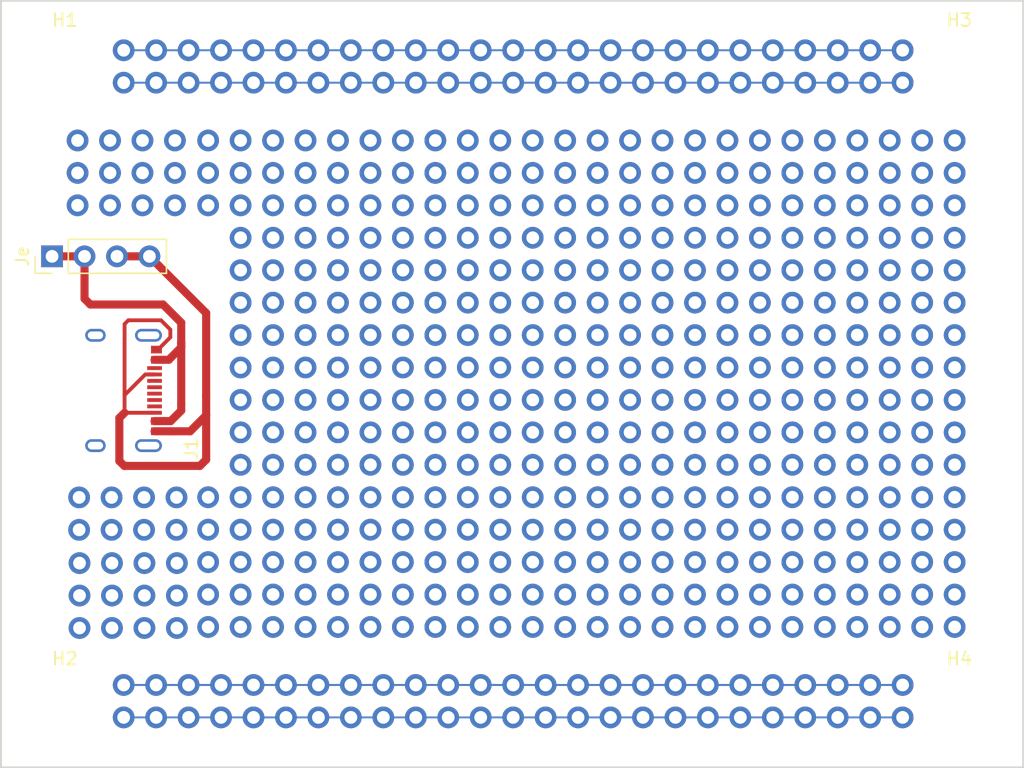
<source format=kicad_pcb>
(kicad_pcb (version 20171130) (host pcbnew "(5.1.4-0-10_14)")

  (general
    (thickness 1.6)
    (drawings 4)
    (tracks 554)
    (zones 0)
    (modules 6)
    (nets 9)
  )

  (page A4)
  (layers
    (0 Top signal)
    (31 Bottom signal)
    (34 B.Paste user)
    (35 F.Paste user)
    (36 B.SilkS user)
    (37 F.SilkS user)
    (38 B.Mask user)
    (39 F.Mask user)
    (40 Dwgs.User user)
    (41 Cmts.User user)
    (42 Eco1.User user)
    (43 Eco2.User user)
    (44 Edge.Cuts user)
    (45 Margin user)
    (46 B.CrtYd user)
    (47 F.CrtYd user)
  )

  (setup
    (last_trace_width 0.1524)
    (trace_clearance 0.1524)
    (zone_clearance 0.508)
    (zone_45_only no)
    (trace_min 0.1524)
    (via_size 0.508)
    (via_drill 0.254)
    (via_min_size 0.508)
    (via_min_drill 0.254)
    (uvia_size 0.508)
    (uvia_drill 0.254)
    (uvias_allowed no)
    (uvia_min_size 0.2)
    (uvia_min_drill 0.1)
    (edge_width 0.15)
    (segment_width 0.2)
    (pcb_text_width 0.3)
    (pcb_text_size 1.5 1.5)
    (mod_edge_width 0.15)
    (mod_text_size 1 1)
    (mod_text_width 0.15)
    (pad_size 1.524 1.524)
    (pad_drill 0.762)
    (pad_to_mask_clearance 0.0508)
    (aux_axis_origin 0 0)
    (visible_elements FFFFFF7F)
    (pcbplotparams
      (layerselection 0x010fc_ffffffff)
      (usegerberextensions false)
      (usegerberattributes false)
      (usegerberadvancedattributes false)
      (creategerberjobfile false)
      (excludeedgelayer true)
      (linewidth 0.100000)
      (plotframeref false)
      (viasonmask false)
      (mode 1)
      (useauxorigin false)
      (hpglpennumber 1)
      (hpglpenspeed 20)
      (hpglpendiameter 15.000000)
      (psnegative false)
      (psa4output false)
      (plotreference true)
      (plotvalue true)
      (plotinvisibletext false)
      (padsonsilk false)
      (subtractmaskfromsilk false)
      (outputformat 1)
      (mirror false)
      (drillshape 0)
      (scaleselection 1)
      (outputdirectory ""))
  )

  (net 0 "")
  (net 1 "Net-(J1-PadB8)")
  (net 2 /+5)
  (net 3 "Net-(J1-PadA1)")
  (net 4 "Net-(J1-PadB7)")
  (net 5 "Net-(J1-PadA6)")
  (net 6 "Net-(J1-PadA7)")
  (net 7 "Net-(J1-PadB6)")
  (net 8 "Net-(J1-PadA8)")

  (net_class Default "This is the default net class."
    (clearance 0.1524)
    (trace_width 0.1524)
    (via_dia 0.508)
    (via_drill 0.254)
    (uvia_dia 0.508)
    (uvia_drill 0.254)
    (diff_pair_width 0.1524)
    (diff_pair_gap 0.1524)
    (add_net /+5)
    (add_net "Net-(J1-PadA1)")
    (add_net "Net-(J1-PadA6)")
    (add_net "Net-(J1-PadA7)")
    (add_net "Net-(J1-PadA8)")
    (add_net "Net-(J1-PadB6)")
    (add_net "Net-(J1-PadB7)")
    (add_net "Net-(J1-PadB8)")
  )

  (module Project_1-USB_C:USB_C_Receptacle_XKB_U262-161N-4BVC11 (layer Top) (tedit 5E968BE3) (tstamp 5E96C6C8)
    (at 27 90 270)
    (descr "USB TYPE C, RA RCPT PCB, SMT, https://www.amphenolcanada.com/StockAvailabilityPrice.aspx?From=&PartNum=12401610E4%7e2A")
    (tags "USB C Type-C Receptacle SMD")
    (path /5E86F2D0)
    (attr smd)
    (fp_text reference J1 (at 5.081 -7.908 270) (layer F.SilkS)
      (effects (font (size 1 1) (thickness 0.15)))
    )
    (fp_text value USB_C (at 0.94 7.21 270) (layer F.Fab)
      (effects (font (size 1 1) (thickness 0.15)))
    )
    (fp_line (start -4.33 2.205) (end 5.35 2.205) (layer F.Fab) (width 0.1))
    (fp_line (start -4.36 -5.87) (end 5.36 -5.87) (layer F.CrtYd) (width 0.05))
    (fp_line (start 5.36 -5.87) (end 5.36 5.73) (layer F.CrtYd) (width 0.05))
    (fp_line (start 5.36 5.73) (end -4.36 5.73) (layer F.CrtYd) (width 0.05))
    (fp_line (start -4.36 5.73) (end -4.36 -5.87) (layer F.CrtYd) (width 0.05))
    (fp_text user %R (at 0.28 3.1 270) (layer F.Fab)
      (effects (font (size 1 1) (thickness 0.1)))
    )
    (pad B8 smd rect (at -1.25 -5.02 270) (size 0.3 1.15) (layers Top F.Paste F.Mask)
      (net 1 "Net-(J1-PadB8)"))
    (pad A4 smd rect (at -1.9 -5.17 270) (size 0.6 0.85) (layers Top F.Paste F.Mask)
      (net 2 /+5))
    (pad "" np_thru_hole circle (at -2.39 -4.045 270) (size 0.65 0.65) (drill 0.65) (layers *.Cu *.Mask))
    (pad 6 thru_hole oval (at -3.82 -0.395 270) (size 1 1.6) (drill oval 0.6 1.2) (layers *.Cu *.Mask))
    (pad 6 thru_hole oval (at 4.82 -0.395 270) (size 1 1.6) (drill oval 0.6 1.2) (layers *.Cu *.Mask))
    (pad 6 thru_hole oval (at 4.82 -4.545 270) (size 1 2.1) (drill oval 0.6 1.7) (layers *.Cu *.Mask))
    (pad A1 smd rect (at -2.7 -5.17 270) (size 0.6 0.85) (layers Top F.Paste F.Mask)
      (net 3 "Net-(J1-PadA1)"))
    (pad 6 thru_hole oval (at -3.82 -4.545 270) (size 1 2.1) (drill oval 0.6 1.7) (layers *.Cu *.Mask))
    (pad A5 smd rect (at -0.75 -5.02 270) (size 0.3 1.15) (layers Top F.Paste F.Mask)
      (net 3 "Net-(J1-PadA1)"))
    (pad B7 smd rect (at -0.25 -5.02 270) (size 0.3 1.15) (layers Top F.Paste F.Mask)
      (net 4 "Net-(J1-PadB7)"))
    (pad A6 smd rect (at 0.25 -5.02 270) (size 0.3 1.15) (layers Top F.Paste F.Mask)
      (net 5 "Net-(J1-PadA6)"))
    (pad A7 smd rect (at 0.75 -5.02 270) (size 0.3 1.15) (layers Top F.Paste F.Mask)
      (net 6 "Net-(J1-PadA7)"))
    (pad B6 smd rect (at 1.25 -5.02 270) (size 0.3 1.15) (layers Top F.Paste F.Mask)
      (net 7 "Net-(J1-PadB6)"))
    (pad A8 smd rect (at 1.75 -5.02 270) (size 0.3 1.15) (layers Top F.Paste F.Mask)
      (net 8 "Net-(J1-PadA8)"))
    (pad B5 smd rect (at 2.25 -5.02 270) (size 0.3 1.15) (layers Top F.Paste F.Mask)
      (net 3 "Net-(J1-PadA1)"))
    (pad A12 smd rect (at 3.7 -5.17 270) (size 0.6 0.85) (layers Top F.Paste F.Mask)
      (net 3 "Net-(J1-PadA1)"))
    (pad A9 smd rect (at 2.9 -5.17 270) (size 0.6 0.85) (layers Top F.Paste F.Mask)
      (net 2 /+5))
    (pad "" np_thru_hole circle (at 3.39 -4.045 270) (size 0.65 0.65) (drill 0.65) (layers *.Cu *.Mask))
    (model ${KISYS3DMOD}/Connector_USB.3dshapes/USB_C_Receptacle_Amphenol_12401610E4-2A.wrl
      (at (xyz 0 0 0))
      (scale (xyz 1 1 1))
      (rotate (xyz 0 0 0))
    )
  )

  (module MountingHole:MountingHole_2.5mm (layer Top) (tedit 56D1B4CB) (tstamp 5E96C694)
    (at 25 65)
    (descr "Mounting Hole 2.5mm, no annular")
    (tags "mounting hole 2.5mm no annular")
    (path /5C47A84A)
    (attr virtual)
    (fp_text reference H1 (at 0 -3.5) (layer F.SilkS)
      (effects (font (size 1 1) (thickness 0.15)))
    )
    (fp_text value MountingHole (at 0 3.5) (layer F.Fab)
      (effects (font (size 1 1) (thickness 0.15)))
    )
    (fp_circle (center 0 0) (end 2.75 0) (layer F.CrtYd) (width 0.05))
    (fp_circle (center 0 0) (end 2.5 0) (layer Cmts.User) (width 0.15))
    (fp_text user %R (at 0.3 0) (layer F.Fab)
      (effects (font (size 1 1) (thickness 0.15)))
    )
    (pad 1 np_thru_hole circle (at 0 0) (size 2.5 2.5) (drill 2.5) (layers *.Cu *.Mask))
  )

  (module MountingHole:MountingHole_2.5mm (layer Top) (tedit 56D1B4CB) (tstamp 5E96C870)
    (at 95 65)
    (descr "Mounting Hole 2.5mm, no annular")
    (tags "mounting hole 2.5mm no annular")
    (path /5C47B3EC)
    (attr virtual)
    (fp_text reference H3 (at 0 -3.5) (layer F.SilkS)
      (effects (font (size 1 1) (thickness 0.15)))
    )
    (fp_text value MountingHole (at 0 3.5) (layer F.Fab)
      (effects (font (size 1 1) (thickness 0.15)))
    )
    (fp_circle (center 0 0) (end 2.75 0) (layer F.CrtYd) (width 0.05))
    (fp_circle (center 0 0) (end 2.5 0) (layer Cmts.User) (width 0.15))
    (fp_text user %R (at 0.3 0) (layer F.Fab)
      (effects (font (size 1 1) (thickness 0.15)))
    )
    (pad 1 np_thru_hole circle (at 0 0) (size 2.5 2.5) (drill 2.5) (layers *.Cu *.Mask))
  )

  (module MountingHole:MountingHole_2.5mm (layer Top) (tedit 56D1B4CB) (tstamp 5E96C6AC)
    (at 95 115)
    (descr "Mounting Hole 2.5mm, no annular")
    (tags "mounting hole 2.5mm no annular")
    (path /5C47B5E4)
    (attr virtual)
    (fp_text reference H4 (at 0 -3.5) (layer F.SilkS)
      (effects (font (size 1 1) (thickness 0.15)))
    )
    (fp_text value MountingHole (at 0 3.5) (layer F.Fab)
      (effects (font (size 1 1) (thickness 0.15)))
    )
    (fp_circle (center 0 0) (end 2.75 0) (layer F.CrtYd) (width 0.05))
    (fp_circle (center 0 0) (end 2.5 0) (layer Cmts.User) (width 0.15))
    (fp_text user %R (at 0.3 0) (layer F.Fab)
      (effects (font (size 1 1) (thickness 0.15)))
    )
    (pad 1 np_thru_hole circle (at 0 0) (size 2.5 2.5) (drill 2.5) (layers *.Cu *.Mask))
  )

  (module MountingHole:MountingHole_2.5mm (layer Top) (tedit 56D1B4CB) (tstamp 5E96C69C)
    (at 25 115)
    (descr "Mounting Hole 2.5mm, no annular")
    (tags "mounting hole 2.5mm no annular")
    (path /5C47AC98)
    (attr virtual)
    (fp_text reference H2 (at 0 -3.5) (layer F.SilkS)
      (effects (font (size 1 1) (thickness 0.15)))
    )
    (fp_text value MountingHole (at 0 3.5) (layer F.Fab)
      (effects (font (size 1 1) (thickness 0.15)))
    )
    (fp_circle (center 0 0) (end 2.75 0) (layer F.CrtYd) (width 0.05))
    (fp_circle (center 0 0) (end 2.5 0) (layer Cmts.User) (width 0.15))
    (fp_text user %R (at 0.3 0) (layer F.Fab)
      (effects (font (size 1 1) (thickness 0.15)))
    )
    (pad 1 np_thru_hole circle (at 0 0) (size 2.5 2.5) (drill 2.5) (layers *.Cu *.Mask))
  )

  (module Connector_PinHeader_2.54mm:PinHeader_1x04_P2.54mm_Vertical (layer Top) (tedit 59FED5CC) (tstamp 5E96C6E0)
    (at 24 80 90)
    (descr "Through hole straight pin header, 1x04, 2.54mm pitch, single row")
    (tags "Through hole pin header THT 1x04 2.54mm single row")
    (path /5C4787FC)
    (fp_text reference Je (at 0 -2.33 90) (layer F.SilkS)
      (effects (font (size 1 1) (thickness 0.15)))
    )
    (fp_text value Conn_01x04 (at 0 9.95 90) (layer F.Fab)
      (effects (font (size 1 1) (thickness 0.15)))
    )
    (fp_text user %R (at 0 3.81) (layer F.Fab)
      (effects (font (size 1 1) (thickness 0.15)))
    )
    (fp_line (start 1.8 -1.8) (end -1.8 -1.8) (layer F.CrtYd) (width 0.05))
    (fp_line (start 1.8 9.4) (end 1.8 -1.8) (layer F.CrtYd) (width 0.05))
    (fp_line (start -1.8 9.4) (end 1.8 9.4) (layer F.CrtYd) (width 0.05))
    (fp_line (start -1.8 -1.8) (end -1.8 9.4) (layer F.CrtYd) (width 0.05))
    (fp_line (start -1.33 -1.33) (end 0 -1.33) (layer F.SilkS) (width 0.12))
    (fp_line (start -1.33 0) (end -1.33 -1.33) (layer F.SilkS) (width 0.12))
    (fp_line (start -1.33 1.27) (end 1.33 1.27) (layer F.SilkS) (width 0.12))
    (fp_line (start 1.33 1.27) (end 1.33 8.95) (layer F.SilkS) (width 0.12))
    (fp_line (start -1.33 1.27) (end -1.33 8.95) (layer F.SilkS) (width 0.12))
    (fp_line (start -1.33 8.95) (end 1.33 8.95) (layer F.SilkS) (width 0.12))
    (fp_line (start -1.27 -0.635) (end -0.635 -1.27) (layer F.Fab) (width 0.1))
    (fp_line (start -1.27 8.89) (end -1.27 -0.635) (layer F.Fab) (width 0.1))
    (fp_line (start 1.27 8.89) (end -1.27 8.89) (layer F.Fab) (width 0.1))
    (fp_line (start 1.27 -1.27) (end 1.27 8.89) (layer F.Fab) (width 0.1))
    (fp_line (start -0.635 -1.27) (end 1.27 -1.27) (layer F.Fab) (width 0.1))
    (pad 4 thru_hole oval (at 0 7.62 90) (size 1.7 1.7) (drill 1) (layers *.Cu *.Mask)
      (net 3 "Net-(J1-PadA1)"))
    (pad 3 thru_hole oval (at 0 5.08 90) (size 1.7 1.7) (drill 1) (layers *.Cu *.Mask)
      (net 3 "Net-(J1-PadA1)"))
    (pad 2 thru_hole oval (at 0 2.54 90) (size 1.7 1.7) (drill 1) (layers *.Cu *.Mask)
      (net 2 /+5))
    (pad 1 thru_hole rect (at 0 0 90) (size 1.7 1.7) (drill 1) (layers *.Cu *.Mask)
      (net 2 /+5))
    (model ${KISYS3DMOD}/Connector_PinHeader_2.54mm.3dshapes/PinHeader_1x04_P2.54mm_Vertical.wrl
      (at (xyz 0 0 0))
      (scale (xyz 1 1 1))
      (rotate (xyz 0 0 0))
    )
  )

  (gr_line (start 100 60) (end 100 120) (layer Edge.Cuts) (width 0.15))
  (gr_line (start 20 120) (end 100 120) (layer Edge.Cuts) (width 0.1) (tstamp 5E96CA67))
  (gr_line (start 20 60) (end 20 120) (layer Edge.Cuts) (width 0.15))
  (gr_line (start 20 60) (end 100 60) (layer Edge.Cuts) (width 0.1))

  (via (at 29.604 63.861) (size 1.7) (drill 1) (layers Top Bottom) (net 0))
  (via (at 32.144 63.861) (size 1.7) (drill 1) (layers Top Bottom) (net 0) (tstamp 5E96CAE7))
  (via (at 34.684 63.861) (size 1.7) (drill 1) (layers Top Bottom) (net 0) (tstamp 5E96CAE9))
  (via (at 37.224 63.861) (size 1.7) (drill 1) (layers Top Bottom) (net 0) (tstamp 5E96CAEB))
  (via (at 39.764 63.861) (size 1.7) (drill 1) (layers Top Bottom) (net 0) (tstamp 5E96CAED))
  (via (at 42.304 63.861) (size 1.7) (drill 1) (layers Top Bottom) (net 0) (tstamp 5E96CAEF))
  (via (at 44.844 63.861) (size 1.7) (drill 1) (layers Top Bottom) (net 0) (tstamp 5E96CAF1))
  (via (at 47.384 63.861) (size 1.7) (drill 1) (layers Top Bottom) (net 0) (tstamp 5E96CAF3))
  (via (at 49.924 63.861) (size 1.7) (drill 1) (layers Top Bottom) (net 0) (tstamp 5E96CAF5))
  (via (at 52.464 63.861) (size 1.7) (drill 1) (layers Top Bottom) (net 0) (tstamp 5E96CAF7))
  (via (at 55.004 63.861) (size 1.7) (drill 1) (layers Top Bottom) (net 0) (tstamp 5E96CAF9))
  (via (at 57.544 63.861) (size 1.7) (drill 1) (layers Top Bottom) (net 0) (tstamp 5E96CAFB))
  (via (at 60.084 63.861) (size 1.7) (drill 1) (layers Top Bottom) (net 0) (tstamp 5E96CAFD))
  (via (at 62.624 63.861) (size 1.7) (drill 1) (layers Top Bottom) (net 0) (tstamp 5E96CAFF))
  (via (at 65.164 63.861) (size 1.7) (drill 1) (layers Top Bottom) (net 0) (tstamp 5E96CB01))
  (via (at 67.704 63.861) (size 1.7) (drill 1) (layers Top Bottom) (net 0) (tstamp 5E96CB03))
  (via (at 70.244 63.861) (size 1.7) (drill 1) (layers Top Bottom) (net 0) (tstamp 5E96CB05))
  (via (at 72.784 63.861) (size 1.7) (drill 1) (layers Top Bottom) (net 0) (tstamp 5E96CB07))
  (via (at 75.324 63.861) (size 1.7) (drill 1) (layers Top Bottom) (net 0) (tstamp 5E96CB09))
  (via (at 77.864 63.861) (size 1.7) (drill 1) (layers Top Bottom) (net 0) (tstamp 5E96CB0B))
  (via (at 80.404 63.861) (size 1.7) (drill 1) (layers Top Bottom) (net 0) (tstamp 5E96CB0D))
  (via (at 82.944 63.861) (size 1.7) (drill 1) (layers Top Bottom) (net 0) (tstamp 5E96CB0F))
  (via (at 85.484 63.861) (size 1.7) (drill 1) (layers Top Bottom) (net 0) (tstamp 5E96CB11))
  (via (at 88.024 63.861) (size 1.7) (drill 1) (layers Top Bottom) (net 0) (tstamp 5E96CB13))
  (via (at 90.564 63.861) (size 1.7) (drill 1) (layers Top Bottom) (net 0) (tstamp 5E96CB15))
  (via (at 29.604 66.401) (size 1.7) (drill 1) (layers Top Bottom) (net 0) (tstamp 5E96CB17))
  (via (at 32.144 66.401) (size 1.7) (drill 1) (layers Top Bottom) (net 0) (tstamp 5E96CB19))
  (via (at 34.684 66.401) (size 1.7) (drill 1) (layers Top Bottom) (net 0) (tstamp 5E96CB1B))
  (via (at 37.224 66.401) (size 1.7) (drill 1) (layers Top Bottom) (net 0) (tstamp 5E96CB1D))
  (via (at 39.764 66.401) (size 1.7) (drill 1) (layers Top Bottom) (net 0) (tstamp 5E96CB1F))
  (via (at 42.304 66.401) (size 1.7) (drill 1) (layers Top Bottom) (net 0) (tstamp 5E96CB21))
  (via (at 44.844 66.401) (size 1.7) (drill 1) (layers Top Bottom) (net 0) (tstamp 5E96CB23))
  (via (at 47.384 66.401) (size 1.7) (drill 1) (layers Top Bottom) (net 0) (tstamp 5E96CB25))
  (via (at 49.924 66.401) (size 1.7) (drill 1) (layers Top Bottom) (net 0) (tstamp 5E96CB27))
  (via (at 52.464 66.401) (size 1.7) (drill 1) (layers Top Bottom) (net 0) (tstamp 5E96CB29))
  (via (at 55.004 66.401) (size 1.7) (drill 1) (layers Top Bottom) (net 0) (tstamp 5E96CB2B))
  (via (at 57.544 66.401) (size 1.7) (drill 1) (layers Top Bottom) (net 0) (tstamp 5E96CB2D))
  (via (at 60.084 66.401) (size 1.7) (drill 1) (layers Top Bottom) (net 0) (tstamp 5E96CB2F))
  (via (at 62.624 66.401) (size 1.7) (drill 1) (layers Top Bottom) (net 0) (tstamp 5E96CB31))
  (via (at 65.164 66.401) (size 1.7) (drill 1) (layers Top Bottom) (net 0) (tstamp 5E96CB33))
  (via (at 67.704 66.401) (size 1.7) (drill 1) (layers Top Bottom) (net 0) (tstamp 5E96CB35))
  (via (at 70.244 66.401) (size 1.7) (drill 1) (layers Top Bottom) (net 0) (tstamp 5E96CB37))
  (via (at 72.784 66.401) (size 1.7) (drill 1) (layers Top Bottom) (net 0) (tstamp 5E96CB39))
  (via (at 75.324 66.401) (size 1.7) (drill 1) (layers Top Bottom) (net 0) (tstamp 5E96CB3B))
  (via (at 77.864 66.401) (size 1.7) (drill 1) (layers Top Bottom) (net 0) (tstamp 5E96CB3D))
  (via (at 80.404 66.401) (size 1.7) (drill 1) (layers Top Bottom) (net 0) (tstamp 5E96CB3F))
  (via (at 82.944 66.401) (size 1.7) (drill 1) (layers Top Bottom) (net 0) (tstamp 5E96CB41))
  (via (at 85.484 66.401) (size 1.7) (drill 1) (layers Top Bottom) (net 0) (tstamp 5E96CB43))
  (via (at 88.024 66.401) (size 1.7) (drill 1) (layers Top Bottom) (net 0) (tstamp 5E96CB45))
  (via (at 90.564 66.401) (size 1.7) (drill 1) (layers Top Bottom) (net 0) (tstamp 5E96CB47))
  (via (at 88.024 116.105) (size 1.7) (drill 1) (layers Top Bottom) (net 0) (tstamp 5E96CC50))
  (via (at 90.564 116.105) (size 1.7) (drill 1) (layers Top Bottom) (net 0) (tstamp 5E96CC51))
  (via (at 75.324 116.105) (size 1.7) (drill 1) (layers Top Bottom) (net 0) (tstamp 5E96CC52))
  (via (at 77.864 116.105) (size 1.7) (drill 1) (layers Top Bottom) (net 0) (tstamp 5E96CC53))
  (via (at 55.004 116.105) (size 1.7) (drill 1) (layers Top Bottom) (net 0) (tstamp 5E96CC54))
  (via (at 70.244 116.105) (size 1.7) (drill 1) (layers Top Bottom) (net 0) (tstamp 5E96CC55))
  (via (at 60.084 116.105) (size 1.7) (drill 1) (layers Top Bottom) (net 0) (tstamp 5E96CC56))
  (via (at 72.784 116.105) (size 1.7) (drill 1) (layers Top Bottom) (net 0) (tstamp 5E96CC57))
  (via (at 80.404 116.105) (size 1.7) (drill 1) (layers Top Bottom) (net 0) (tstamp 5E96CC58))
  (via (at 62.624 116.105) (size 1.7) (drill 1) (layers Top Bottom) (net 0) (tstamp 5E96CC59))
  (via (at 52.464 116.105) (size 1.7) (drill 1) (layers Top Bottom) (net 0) (tstamp 5E96CC5A))
  (via (at 65.164 116.105) (size 1.7) (drill 1) (layers Top Bottom) (net 0) (tstamp 5E96CC5B))
  (via (at 67.704 116.105) (size 1.7) (drill 1) (layers Top Bottom) (net 0) (tstamp 5E96CC5C))
  (via (at 82.944 116.105) (size 1.7) (drill 1) (layers Top Bottom) (net 0) (tstamp 5E96CC5D))
  (via (at 85.484 116.105) (size 1.7) (drill 1) (layers Top Bottom) (net 0) (tstamp 5E96CC5E))
  (via (at 57.544 116.105) (size 1.7) (drill 1) (layers Top Bottom) (net 0) (tstamp 5E96CC5F))
  (via (at 47.384 116.105) (size 1.7) (drill 1) (layers Top Bottom) (net 0) (tstamp 5E96CC60))
  (via (at 90.564 113.565) (size 1.7) (drill 1) (layers Top Bottom) (net 0) (tstamp 5E96CC61))
  (via (at 62.624 113.565) (size 1.7) (drill 1) (layers Top Bottom) (net 0) (tstamp 5E96CC62))
  (via (at 85.484 113.565) (size 1.7) (drill 1) (layers Top Bottom) (net 0) (tstamp 5E96CC63))
  (via (at 37.224 116.105) (size 1.7) (drill 1) (layers Top Bottom) (net 0) (tstamp 5E96CC64))
  (via (at 55.004 113.565) (size 1.7) (drill 1) (layers Top Bottom) (net 0) (tstamp 5E96CC65))
  (via (at 75.324 113.565) (size 1.7) (drill 1) (layers Top Bottom) (net 0) (tstamp 5E96CC66))
  (via (at 39.764 116.105) (size 1.7) (drill 1) (layers Top Bottom) (net 0) (tstamp 5E96CC67))
  (via (at 29.604 113.565) (size 1.7) (drill 1) (layers Top Bottom) (net 0) (tstamp 5E96CC68))
  (via (at 32.144 116.105) (size 1.7) (drill 1) (layers Top Bottom) (net 0) (tstamp 5E96CC69))
  (via (at 65.164 113.565) (size 1.7) (drill 1) (layers Top Bottom) (net 0) (tstamp 5E96CC6A))
  (via (at 44.844 113.565) (size 1.7) (drill 1) (layers Top Bottom) (net 0) (tstamp 5E96CC6B))
  (via (at 60.084 113.565) (size 1.7) (drill 1) (layers Top Bottom) (net 0) (tstamp 5E96CC6C))
  (via (at 42.304 116.105) (size 1.7) (drill 1) (layers Top Bottom) (net 0) (tstamp 5E96CC6D))
  (via (at 70.244 113.565) (size 1.7) (drill 1) (layers Top Bottom) (net 0) (tstamp 5E96CC6E))
  (via (at 77.864 113.565) (size 1.7) (drill 1) (layers Top Bottom) (net 0) (tstamp 5E96CC6F))
  (via (at 34.684 116.105) (size 1.7) (drill 1) (layers Top Bottom) (net 0) (tstamp 5E96CC70))
  (via (at 49.924 116.105) (size 1.7) (drill 1) (layers Top Bottom) (net 0) (tstamp 5E96CC71))
  (via (at 88.024 113.565) (size 1.7) (drill 1) (layers Top Bottom) (net 0) (tstamp 5E96CC72))
  (via (at 82.944 113.565) (size 1.7) (drill 1) (layers Top Bottom) (net 0) (tstamp 5E96CC73))
  (via (at 57.544 113.565) (size 1.7) (drill 1) (layers Top Bottom) (net 0) (tstamp 5E96CC74))
  (via (at 29.604 116.105) (size 1.7) (drill 1) (layers Top Bottom) (net 0) (tstamp 5E96CC75))
  (via (at 67.704 113.565) (size 1.7) (drill 1) (layers Top Bottom) (net 0) (tstamp 5E96CC76))
  (via (at 80.404 113.565) (size 1.7) (drill 1) (layers Top Bottom) (net 0) (tstamp 5E96CC77))
  (via (at 44.844 116.105) (size 1.7) (drill 1) (layers Top Bottom) (net 0) (tstamp 5E96CC78))
  (via (at 52.464 113.565) (size 1.7) (drill 1) (layers Top Bottom) (net 0) (tstamp 5E96CC79))
  (via (at 49.924 113.565) (size 1.7) (drill 1) (layers Top Bottom) (net 0) (tstamp 5E96CC7A))
  (via (at 47.384 113.565) (size 1.7) (drill 1) (layers Top Bottom) (net 0) (tstamp 5E96CC7B))
  (via (at 72.784 113.565) (size 1.7) (drill 1) (layers Top Bottom) (net 0) (tstamp 5E96CC7C))
  (via (at 32.144 113.565) (size 1.7) (drill 1) (layers Top Bottom) (net 0) (tstamp 5E96CC7D))
  (via (at 37.224 113.565) (size 1.7) (drill 1) (layers Top Bottom) (net 0) (tstamp 5E96CC7E))
  (via (at 39.764 113.565) (size 1.7) (drill 1) (layers Top Bottom) (net 0) (tstamp 5E96CC7F))
  (via (at 42.304 113.565) (size 1.7) (drill 1) (layers Top Bottom) (net 0) (tstamp 5E96CC80))
  (via (at 34.684 113.565) (size 1.7) (drill 1) (layers Top Bottom) (net 0) (tstamp 5E96CC81))
  (segment (start 29.604 63.861) (end 90.564 63.861) (width 0.1524) (layer Bottom) (net 0))
  (segment (start 85.484 66.401) (end 90.564 66.401) (width 0.1524) (layer Bottom) (net 0))
  (segment (start 29.604 66.401) (end 85.484 66.401) (width 0.1524) (layer Bottom) (net 0))
  (segment (start 29.604 113.565) (end 90.564 113.565) (width 0.1524) (layer Bottom) (net 0))
  (segment (start 29.604 116.105) (end 90.564 116.105) (width 0.1524) (layer Bottom) (net 0))
  (via (at 36.215 70.924) (size 1.7) (drill 1) (layers Top Bottom) (net 0))
  (via (at 38.755 70.924) (size 1.7) (drill 1) (layers Top Bottom) (net 0) (tstamp 5E96E6F8))
  (via (at 41.295 70.924) (size 1.7) (drill 1) (layers Top Bottom) (net 0) (tstamp 5E96E6FA))
  (via (at 43.835 70.924) (size 1.7) (drill 1) (layers Top Bottom) (net 0) (tstamp 5E96E6FC))
  (via (at 46.375 70.924) (size 1.7) (drill 1) (layers Top Bottom) (net 0) (tstamp 5E96E6FE))
  (via (at 48.915 70.924) (size 1.7) (drill 1) (layers Top Bottom) (net 0) (tstamp 5E96E700))
  (via (at 51.455 70.924) (size 1.7) (drill 1) (layers Top Bottom) (net 0) (tstamp 5E96E702))
  (via (at 53.995 70.924) (size 1.7) (drill 1) (layers Top Bottom) (net 0) (tstamp 5E96E704))
  (via (at 56.535 70.924) (size 1.7) (drill 1) (layers Top Bottom) (net 0) (tstamp 5E96E706))
  (via (at 59.075 70.924) (size 1.7) (drill 1) (layers Top Bottom) (net 0) (tstamp 5E96E708))
  (via (at 61.615 70.924) (size 1.7) (drill 1) (layers Top Bottom) (net 0) (tstamp 5E96E70A))
  (via (at 64.155 70.924) (size 1.7) (drill 1) (layers Top Bottom) (net 0) (tstamp 5E96E70C))
  (via (at 66.695 70.924) (size 1.7) (drill 1) (layers Top Bottom) (net 0) (tstamp 5E96E70E))
  (via (at 69.235 70.924) (size 1.7) (drill 1) (layers Top Bottom) (net 0) (tstamp 5E96E710))
  (via (at 71.775 70.924) (size 1.7) (drill 1) (layers Top Bottom) (net 0) (tstamp 5E96E712))
  (via (at 74.315 70.924) (size 1.7) (drill 1) (layers Top Bottom) (net 0) (tstamp 5E96E714))
  (via (at 76.855 70.924) (size 1.7) (drill 1) (layers Top Bottom) (net 0) (tstamp 5E96E716))
  (via (at 79.395 70.924) (size 1.7) (drill 1) (layers Top Bottom) (net 0) (tstamp 5E96E718))
  (via (at 81.935 70.924) (size 1.7) (drill 1) (layers Top Bottom) (net 0) (tstamp 5E96E71A))
  (via (at 84.475 70.924) (size 1.7) (drill 1) (layers Top Bottom) (net 0) (tstamp 5E96E71C))
  (via (at 87.015 70.924) (size 1.7) (drill 1) (layers Top Bottom) (net 0) (tstamp 5E96E71E))
  (via (at 89.555 70.924) (size 1.7) (drill 1) (layers Top Bottom) (net 0) (tstamp 5E96E720))
  (via (at 92.095 70.924) (size 1.7) (drill 1) (layers Top Bottom) (net 0) (tstamp 5E96E722))
  (via (at 94.635 70.924) (size 1.7) (drill 1) (layers Top Bottom) (net 0) (tstamp 5E96E724))
  (via (at 36.215 73.464) (size 1.7) (drill 1) (layers Top Bottom) (net 0) (tstamp 5E96E726))
  (via (at 38.755 73.464) (size 1.7) (drill 1) (layers Top Bottom) (net 0) (tstamp 5E96E728))
  (via (at 41.295 73.464) (size 1.7) (drill 1) (layers Top Bottom) (net 0) (tstamp 5E96E72A))
  (via (at 43.835 73.464) (size 1.7) (drill 1) (layers Top Bottom) (net 0) (tstamp 5E96E72C))
  (via (at 46.375 73.464) (size 1.7) (drill 1) (layers Top Bottom) (net 0) (tstamp 5E96E72E))
  (via (at 48.915 73.464) (size 1.7) (drill 1) (layers Top Bottom) (net 0) (tstamp 5E96E730))
  (via (at 51.455 73.464) (size 1.7) (drill 1) (layers Top Bottom) (net 0) (tstamp 5E96E732))
  (via (at 53.995 73.464) (size 1.7) (drill 1) (layers Top Bottom) (net 0) (tstamp 5E96E734))
  (via (at 56.535 73.464) (size 1.7) (drill 1) (layers Top Bottom) (net 0) (tstamp 5E96E736))
  (via (at 59.075 73.464) (size 1.7) (drill 1) (layers Top Bottom) (net 0) (tstamp 5E96E738))
  (via (at 61.615 73.464) (size 1.7) (drill 1) (layers Top Bottom) (net 0) (tstamp 5E96E73A))
  (via (at 64.155 73.464) (size 1.7) (drill 1) (layers Top Bottom) (net 0) (tstamp 5E96E73C))
  (via (at 66.695 73.464) (size 1.7) (drill 1) (layers Top Bottom) (net 0) (tstamp 5E96E73E))
  (via (at 69.235 73.464) (size 1.7) (drill 1) (layers Top Bottom) (net 0) (tstamp 5E96E740))
  (via (at 71.775 73.464) (size 1.7) (drill 1) (layers Top Bottom) (net 0) (tstamp 5E96E742))
  (via (at 74.315 73.464) (size 1.7) (drill 1) (layers Top Bottom) (net 0) (tstamp 5E96E744))
  (via (at 76.855 73.464) (size 1.7) (drill 1) (layers Top Bottom) (net 0) (tstamp 5E96E746))
  (via (at 79.395 73.464) (size 1.7) (drill 1) (layers Top Bottom) (net 0) (tstamp 5E96E748))
  (via (at 81.935 73.464) (size 1.7) (drill 1) (layers Top Bottom) (net 0) (tstamp 5E96E74A))
  (via (at 84.475 73.464) (size 1.7) (drill 1) (layers Top Bottom) (net 0) (tstamp 5E96E74C))
  (via (at 87.015 73.464) (size 1.7) (drill 1) (layers Top Bottom) (net 0) (tstamp 5E96E74E))
  (via (at 89.555 73.464) (size 1.7) (drill 1) (layers Top Bottom) (net 0) (tstamp 5E96E750))
  (via (at 92.095 73.464) (size 1.7) (drill 1) (layers Top Bottom) (net 0) (tstamp 5E96E752))
  (via (at 94.635 73.464) (size 1.7) (drill 1) (layers Top Bottom) (net 0) (tstamp 5E96E754))
  (via (at 36.215 76.004) (size 1.7) (drill 1) (layers Top Bottom) (net 0) (tstamp 5E96E756))
  (via (at 38.755 76.004) (size 1.7) (drill 1) (layers Top Bottom) (net 0) (tstamp 5E96E758))
  (via (at 41.295 76.004) (size 1.7) (drill 1) (layers Top Bottom) (net 0) (tstamp 5E96E75A))
  (via (at 43.835 76.004) (size 1.7) (drill 1) (layers Top Bottom) (net 0) (tstamp 5E96E75C))
  (via (at 46.375 76.004) (size 1.7) (drill 1) (layers Top Bottom) (net 0) (tstamp 5E96E75E))
  (via (at 48.915 76.004) (size 1.7) (drill 1) (layers Top Bottom) (net 0) (tstamp 5E96E760))
  (via (at 51.455 76.004) (size 1.7) (drill 1) (layers Top Bottom) (net 0) (tstamp 5E96E762))
  (via (at 53.995 76.004) (size 1.7) (drill 1) (layers Top Bottom) (net 0) (tstamp 5E96E764))
  (via (at 56.535 76.004) (size 1.7) (drill 1) (layers Top Bottom) (net 0) (tstamp 5E96E766))
  (via (at 59.075 76.004) (size 1.7) (drill 1) (layers Top Bottom) (net 0) (tstamp 5E96E768))
  (via (at 61.615 76.004) (size 1.7) (drill 1) (layers Top Bottom) (net 0) (tstamp 5E96E76A))
  (via (at 64.155 76.004) (size 1.7) (drill 1) (layers Top Bottom) (net 0) (tstamp 5E96E76C))
  (via (at 66.695 76.004) (size 1.7) (drill 1) (layers Top Bottom) (net 0) (tstamp 5E96E76E))
  (via (at 69.235 76.004) (size 1.7) (drill 1) (layers Top Bottom) (net 0) (tstamp 5E96E770))
  (via (at 71.775 76.004) (size 1.7) (drill 1) (layers Top Bottom) (net 0) (tstamp 5E96E772))
  (via (at 74.315 76.004) (size 1.7) (drill 1) (layers Top Bottom) (net 0) (tstamp 5E96E774))
  (via (at 76.855 76.004) (size 1.7) (drill 1) (layers Top Bottom) (net 0) (tstamp 5E96E776))
  (via (at 79.395 76.004) (size 1.7) (drill 1) (layers Top Bottom) (net 0) (tstamp 5E96E778))
  (via (at 81.935 76.004) (size 1.7) (drill 1) (layers Top Bottom) (net 0) (tstamp 5E96E77A))
  (via (at 84.475 76.004) (size 1.7) (drill 1) (layers Top Bottom) (net 0) (tstamp 5E96E77C))
  (via (at 87.015 76.004) (size 1.7) (drill 1) (layers Top Bottom) (net 0) (tstamp 5E96E77E))
  (via (at 89.555 76.004) (size 1.7) (drill 1) (layers Top Bottom) (net 0) (tstamp 5E96E780))
  (via (at 92.095 76.004) (size 1.7) (drill 1) (layers Top Bottom) (net 0) (tstamp 5E96E782))
  (via (at 94.635 76.004) (size 1.7) (drill 1) (layers Top Bottom) (net 0) (tstamp 5E96E784))
  (via (at 38.755 78.544) (size 1.7) (drill 1) (layers Top Bottom) (net 0) (tstamp 5E96E788))
  (via (at 41.295 78.544) (size 1.7) (drill 1) (layers Top Bottom) (net 0) (tstamp 5E96E78A))
  (via (at 43.835 78.544) (size 1.7) (drill 1) (layers Top Bottom) (net 0) (tstamp 5E96E78C))
  (via (at 46.375 78.544) (size 1.7) (drill 1) (layers Top Bottom) (net 0) (tstamp 5E96E78E))
  (via (at 48.915 78.544) (size 1.7) (drill 1) (layers Top Bottom) (net 0) (tstamp 5E96E790))
  (via (at 51.455 78.544) (size 1.7) (drill 1) (layers Top Bottom) (net 0) (tstamp 5E96E792))
  (via (at 53.995 78.544) (size 1.7) (drill 1) (layers Top Bottom) (net 0) (tstamp 5E96E794))
  (via (at 56.535 78.544) (size 1.7) (drill 1) (layers Top Bottom) (net 0) (tstamp 5E96E796))
  (via (at 59.075 78.544) (size 1.7) (drill 1) (layers Top Bottom) (net 0) (tstamp 5E96E798))
  (via (at 61.615 78.544) (size 1.7) (drill 1) (layers Top Bottom) (net 0) (tstamp 5E96E79A))
  (via (at 64.155 78.544) (size 1.7) (drill 1) (layers Top Bottom) (net 0) (tstamp 5E96E79C))
  (via (at 66.695 78.544) (size 1.7) (drill 1) (layers Top Bottom) (net 0) (tstamp 5E96E79E))
  (via (at 69.235 78.544) (size 1.7) (drill 1) (layers Top Bottom) (net 0) (tstamp 5E96E7A0))
  (via (at 71.775 78.544) (size 1.7) (drill 1) (layers Top Bottom) (net 0) (tstamp 5E96E7A2))
  (via (at 74.315 78.544) (size 1.7) (drill 1) (layers Top Bottom) (net 0) (tstamp 5E96E7A4))
  (via (at 76.855 78.544) (size 1.7) (drill 1) (layers Top Bottom) (net 0) (tstamp 5E96E7A6))
  (via (at 79.395 78.544) (size 1.7) (drill 1) (layers Top Bottom) (net 0) (tstamp 5E96E7A8))
  (via (at 81.935 78.544) (size 1.7) (drill 1) (layers Top Bottom) (net 0) (tstamp 5E96E7AA))
  (via (at 84.475 78.544) (size 1.7) (drill 1) (layers Top Bottom) (net 0) (tstamp 5E96E7AC))
  (via (at 87.015 78.544) (size 1.7) (drill 1) (layers Top Bottom) (net 0) (tstamp 5E96E7AE))
  (via (at 89.555 78.544) (size 1.7) (drill 1) (layers Top Bottom) (net 0) (tstamp 5E96E7B0))
  (via (at 92.095 78.544) (size 1.7) (drill 1) (layers Top Bottom) (net 0) (tstamp 5E96E7B2))
  (via (at 94.635 78.544) (size 1.7) (drill 1) (layers Top Bottom) (net 0) (tstamp 5E96E7B4))
  (via (at 38.755 81.084) (size 1.7) (drill 1) (layers Top Bottom) (net 0) (tstamp 5E96E7B8))
  (via (at 41.295 81.084) (size 1.7) (drill 1) (layers Top Bottom) (net 0) (tstamp 5E96E7BA))
  (via (at 43.835 81.084) (size 1.7) (drill 1) (layers Top Bottom) (net 0) (tstamp 5E96E7BC))
  (via (at 46.375 81.084) (size 1.7) (drill 1) (layers Top Bottom) (net 0) (tstamp 5E96E7BE))
  (via (at 48.915 81.084) (size 1.7) (drill 1) (layers Top Bottom) (net 0) (tstamp 5E96E7C0))
  (via (at 51.455 81.084) (size 1.7) (drill 1) (layers Top Bottom) (net 0) (tstamp 5E96E7C2))
  (via (at 53.995 81.084) (size 1.7) (drill 1) (layers Top Bottom) (net 0) (tstamp 5E96E7C4))
  (via (at 56.535 81.084) (size 1.7) (drill 1) (layers Top Bottom) (net 0) (tstamp 5E96E7C6))
  (via (at 59.075 81.084) (size 1.7) (drill 1) (layers Top Bottom) (net 0) (tstamp 5E96E7C8))
  (via (at 61.615 81.084) (size 1.7) (drill 1) (layers Top Bottom) (net 0) (tstamp 5E96E7CA))
  (via (at 64.155 81.084) (size 1.7) (drill 1) (layers Top Bottom) (net 0) (tstamp 5E96E7CC))
  (via (at 66.695 81.084) (size 1.7) (drill 1) (layers Top Bottom) (net 0) (tstamp 5E96E7CE))
  (via (at 69.235 81.084) (size 1.7) (drill 1) (layers Top Bottom) (net 0) (tstamp 5E96E7D0))
  (via (at 71.775 81.084) (size 1.7) (drill 1) (layers Top Bottom) (net 0) (tstamp 5E96E7D2))
  (via (at 74.315 81.084) (size 1.7) (drill 1) (layers Top Bottom) (net 0) (tstamp 5E96E7D4))
  (via (at 76.855 81.084) (size 1.7) (drill 1) (layers Top Bottom) (net 0) (tstamp 5E96E7D6))
  (via (at 79.395 81.084) (size 1.7) (drill 1) (layers Top Bottom) (net 0) (tstamp 5E96E7D8))
  (via (at 81.935 81.084) (size 1.7) (drill 1) (layers Top Bottom) (net 0) (tstamp 5E96E7DA))
  (via (at 84.475 81.084) (size 1.7) (drill 1) (layers Top Bottom) (net 0) (tstamp 5E96E7DC))
  (via (at 87.015 81.084) (size 1.7) (drill 1) (layers Top Bottom) (net 0) (tstamp 5E96E7DE))
  (via (at 89.555 81.084) (size 1.7) (drill 1) (layers Top Bottom) (net 0) (tstamp 5E96E7E0))
  (via (at 92.095 81.084) (size 1.7) (drill 1) (layers Top Bottom) (net 0) (tstamp 5E96E7E2))
  (via (at 94.635 81.084) (size 1.7) (drill 1) (layers Top Bottom) (net 0) (tstamp 5E96E7E4))
  (via (at 38.755 83.624) (size 1.7) (drill 1) (layers Top Bottom) (net 0) (tstamp 5E96E7E8))
  (via (at 41.295 83.624) (size 1.7) (drill 1) (layers Top Bottom) (net 0) (tstamp 5E96E7EA))
  (via (at 43.835 83.624) (size 1.7) (drill 1) (layers Top Bottom) (net 0) (tstamp 5E96E7EC))
  (via (at 46.375 83.624) (size 1.7) (drill 1) (layers Top Bottom) (net 0) (tstamp 5E96E7EE))
  (via (at 48.915 83.624) (size 1.7) (drill 1) (layers Top Bottom) (net 0) (tstamp 5E96E7F0))
  (via (at 51.455 83.624) (size 1.7) (drill 1) (layers Top Bottom) (net 0) (tstamp 5E96E7F2))
  (via (at 53.995 83.624) (size 1.7) (drill 1) (layers Top Bottom) (net 0) (tstamp 5E96E7F4))
  (via (at 56.535 83.624) (size 1.7) (drill 1) (layers Top Bottom) (net 0) (tstamp 5E96E7F6))
  (via (at 59.075 83.624) (size 1.7) (drill 1) (layers Top Bottom) (net 0) (tstamp 5E96E7F8))
  (via (at 61.615 83.624) (size 1.7) (drill 1) (layers Top Bottom) (net 0) (tstamp 5E96E7FA))
  (via (at 64.155 83.624) (size 1.7) (drill 1) (layers Top Bottom) (net 0) (tstamp 5E96E7FC))
  (via (at 66.695 83.624) (size 1.7) (drill 1) (layers Top Bottom) (net 0) (tstamp 5E96E7FE))
  (via (at 69.235 83.624) (size 1.7) (drill 1) (layers Top Bottom) (net 0) (tstamp 5E96E800))
  (via (at 71.775 83.624) (size 1.7) (drill 1) (layers Top Bottom) (net 0) (tstamp 5E96E802))
  (via (at 74.315 83.624) (size 1.7) (drill 1) (layers Top Bottom) (net 0) (tstamp 5E96E804))
  (via (at 76.855 83.624) (size 1.7) (drill 1) (layers Top Bottom) (net 0) (tstamp 5E96E806))
  (via (at 79.395 83.624) (size 1.7) (drill 1) (layers Top Bottom) (net 0) (tstamp 5E96E808))
  (via (at 81.935 83.624) (size 1.7) (drill 1) (layers Top Bottom) (net 0) (tstamp 5E96E80A))
  (via (at 84.475 83.624) (size 1.7) (drill 1) (layers Top Bottom) (net 0) (tstamp 5E96E80C))
  (via (at 87.015 83.624) (size 1.7) (drill 1) (layers Top Bottom) (net 0) (tstamp 5E96E80E))
  (via (at 89.555 83.624) (size 1.7) (drill 1) (layers Top Bottom) (net 0) (tstamp 5E96E810))
  (via (at 92.095 83.624) (size 1.7) (drill 1) (layers Top Bottom) (net 0) (tstamp 5E96E812))
  (via (at 94.635 83.624) (size 1.7) (drill 1) (layers Top Bottom) (net 0) (tstamp 5E96E814))
  (via (at 38.755 86.164) (size 1.7) (drill 1) (layers Top Bottom) (net 0) (tstamp 5E96E818))
  (via (at 41.295 86.164) (size 1.7) (drill 1) (layers Top Bottom) (net 0) (tstamp 5E96E81A))
  (via (at 43.835 86.164) (size 1.7) (drill 1) (layers Top Bottom) (net 0) (tstamp 5E96E81C))
  (via (at 46.375 86.164) (size 1.7) (drill 1) (layers Top Bottom) (net 0) (tstamp 5E96E81E))
  (via (at 48.915 86.164) (size 1.7) (drill 1) (layers Top Bottom) (net 0) (tstamp 5E96E820))
  (via (at 51.455 86.164) (size 1.7) (drill 1) (layers Top Bottom) (net 0) (tstamp 5E96E822))
  (via (at 53.995 86.164) (size 1.7) (drill 1) (layers Top Bottom) (net 0) (tstamp 5E96E824))
  (via (at 56.535 86.164) (size 1.7) (drill 1) (layers Top Bottom) (net 0) (tstamp 5E96E826))
  (via (at 59.075 86.164) (size 1.7) (drill 1) (layers Top Bottom) (net 0) (tstamp 5E96E828))
  (via (at 61.615 86.164) (size 1.7) (drill 1) (layers Top Bottom) (net 0) (tstamp 5E96E82A))
  (via (at 64.155 86.164) (size 1.7) (drill 1) (layers Top Bottom) (net 0) (tstamp 5E96E82C))
  (via (at 66.695 86.164) (size 1.7) (drill 1) (layers Top Bottom) (net 0) (tstamp 5E96E82E))
  (via (at 69.235 86.164) (size 1.7) (drill 1) (layers Top Bottom) (net 0) (tstamp 5E96E830))
  (via (at 71.775 86.164) (size 1.7) (drill 1) (layers Top Bottom) (net 0) (tstamp 5E96E832))
  (via (at 74.315 86.164) (size 1.7) (drill 1) (layers Top Bottom) (net 0) (tstamp 5E96E834))
  (via (at 76.855 86.164) (size 1.7) (drill 1) (layers Top Bottom) (net 0) (tstamp 5E96E836))
  (via (at 79.395 86.164) (size 1.7) (drill 1) (layers Top Bottom) (net 0) (tstamp 5E96E838))
  (via (at 81.935 86.164) (size 1.7) (drill 1) (layers Top Bottom) (net 0) (tstamp 5E96E83A))
  (via (at 84.475 86.164) (size 1.7) (drill 1) (layers Top Bottom) (net 0) (tstamp 5E96E83C))
  (via (at 87.015 86.164) (size 1.7) (drill 1) (layers Top Bottom) (net 0) (tstamp 5E96E83E))
  (via (at 89.555 86.164) (size 1.7) (drill 1) (layers Top Bottom) (net 0) (tstamp 5E96E840))
  (via (at 92.095 86.164) (size 1.7) (drill 1) (layers Top Bottom) (net 0) (tstamp 5E96E842))
  (via (at 94.635 86.164) (size 1.7) (drill 1) (layers Top Bottom) (net 0) (tstamp 5E96E844))
  (via (at 38.755 88.704) (size 1.7) (drill 1) (layers Top Bottom) (net 0) (tstamp 5E96E848))
  (via (at 41.295 88.704) (size 1.7) (drill 1) (layers Top Bottom) (net 0) (tstamp 5E96E84A))
  (via (at 43.835 88.704) (size 1.7) (drill 1) (layers Top Bottom) (net 0) (tstamp 5E96E84C))
  (via (at 46.375 88.704) (size 1.7) (drill 1) (layers Top Bottom) (net 0) (tstamp 5E96E84E))
  (via (at 48.915 88.704) (size 1.7) (drill 1) (layers Top Bottom) (net 0) (tstamp 5E96E850))
  (via (at 51.455 88.704) (size 1.7) (drill 1) (layers Top Bottom) (net 0) (tstamp 5E96E852))
  (via (at 53.995 88.704) (size 1.7) (drill 1) (layers Top Bottom) (net 0) (tstamp 5E96E854))
  (via (at 56.535 88.704) (size 1.7) (drill 1) (layers Top Bottom) (net 0) (tstamp 5E96E856))
  (via (at 59.075 88.704) (size 1.7) (drill 1) (layers Top Bottom) (net 0) (tstamp 5E96E858))
  (via (at 61.615 88.704) (size 1.7) (drill 1) (layers Top Bottom) (net 0) (tstamp 5E96E85A))
  (via (at 64.155 88.704) (size 1.7) (drill 1) (layers Top Bottom) (net 0) (tstamp 5E96E85C))
  (via (at 66.695 88.704) (size 1.7) (drill 1) (layers Top Bottom) (net 0) (tstamp 5E96E85E))
  (via (at 69.235 88.704) (size 1.7) (drill 1) (layers Top Bottom) (net 0) (tstamp 5E96E860))
  (via (at 71.775 88.704) (size 1.7) (drill 1) (layers Top Bottom) (net 0) (tstamp 5E96E862))
  (via (at 74.315 88.704) (size 1.7) (drill 1) (layers Top Bottom) (net 0) (tstamp 5E96E864))
  (via (at 76.855 88.704) (size 1.7) (drill 1) (layers Top Bottom) (net 0) (tstamp 5E96E866))
  (via (at 79.395 88.704) (size 1.7) (drill 1) (layers Top Bottom) (net 0) (tstamp 5E96E868))
  (via (at 81.935 88.704) (size 1.7) (drill 1) (layers Top Bottom) (net 0) (tstamp 5E96E86A))
  (via (at 84.475 88.704) (size 1.7) (drill 1) (layers Top Bottom) (net 0) (tstamp 5E96E86C))
  (via (at 87.015 88.704) (size 1.7) (drill 1) (layers Top Bottom) (net 0) (tstamp 5E96E86E))
  (via (at 89.555 88.704) (size 1.7) (drill 1) (layers Top Bottom) (net 0) (tstamp 5E96E870))
  (via (at 92.095 88.704) (size 1.7) (drill 1) (layers Top Bottom) (net 0) (tstamp 5E96E872))
  (via (at 94.635 88.704) (size 1.7) (drill 1) (layers Top Bottom) (net 0) (tstamp 5E96E874))
  (via (at 38.755 91.244) (size 1.7) (drill 1) (layers Top Bottom) (net 0) (tstamp 5E96E878))
  (via (at 41.295 91.244) (size 1.7) (drill 1) (layers Top Bottom) (net 0) (tstamp 5E96E87A))
  (via (at 43.835 91.244) (size 1.7) (drill 1) (layers Top Bottom) (net 0) (tstamp 5E96E87C))
  (via (at 46.375 91.244) (size 1.7) (drill 1) (layers Top Bottom) (net 0) (tstamp 5E96E87E))
  (via (at 48.915 91.244) (size 1.7) (drill 1) (layers Top Bottom) (net 0) (tstamp 5E96E880))
  (via (at 51.455 91.244) (size 1.7) (drill 1) (layers Top Bottom) (net 0) (tstamp 5E96E882))
  (via (at 53.995 91.244) (size 1.7) (drill 1) (layers Top Bottom) (net 0) (tstamp 5E96E884))
  (via (at 56.535 91.244) (size 1.7) (drill 1) (layers Top Bottom) (net 0) (tstamp 5E96E886))
  (via (at 59.075 91.244) (size 1.7) (drill 1) (layers Top Bottom) (net 0) (tstamp 5E96E888))
  (via (at 61.615 91.244) (size 1.7) (drill 1) (layers Top Bottom) (net 0) (tstamp 5E96E88A))
  (via (at 64.155 91.244) (size 1.7) (drill 1) (layers Top Bottom) (net 0) (tstamp 5E96E88C))
  (via (at 66.695 91.244) (size 1.7) (drill 1) (layers Top Bottom) (net 0) (tstamp 5E96E88E))
  (via (at 69.235 91.244) (size 1.7) (drill 1) (layers Top Bottom) (net 0) (tstamp 5E96E890))
  (via (at 71.775 91.244) (size 1.7) (drill 1) (layers Top Bottom) (net 0) (tstamp 5E96E892))
  (via (at 74.315 91.244) (size 1.7) (drill 1) (layers Top Bottom) (net 0) (tstamp 5E96E894))
  (via (at 76.855 91.244) (size 1.7) (drill 1) (layers Top Bottom) (net 0) (tstamp 5E96E896))
  (via (at 79.395 91.244) (size 1.7) (drill 1) (layers Top Bottom) (net 0) (tstamp 5E96E898))
  (via (at 81.935 91.244) (size 1.7) (drill 1) (layers Top Bottom) (net 0) (tstamp 5E96E89A))
  (via (at 84.475 91.244) (size 1.7) (drill 1) (layers Top Bottom) (net 0) (tstamp 5E96E89C))
  (via (at 87.015 91.244) (size 1.7) (drill 1) (layers Top Bottom) (net 0) (tstamp 5E96E89E))
  (via (at 89.555 91.244) (size 1.7) (drill 1) (layers Top Bottom) (net 0) (tstamp 5E96E8A0))
  (via (at 92.095 91.244) (size 1.7) (drill 1) (layers Top Bottom) (net 0) (tstamp 5E96E8A2))
  (via (at 94.635 91.244) (size 1.7) (drill 1) (layers Top Bottom) (net 0) (tstamp 5E96E8A4))
  (via (at 38.755 93.784) (size 1.7) (drill 1) (layers Top Bottom) (net 0) (tstamp 5E96E8A8))
  (via (at 41.295 93.784) (size 1.7) (drill 1) (layers Top Bottom) (net 0) (tstamp 5E96E8AA))
  (via (at 43.835 93.784) (size 1.7) (drill 1) (layers Top Bottom) (net 0) (tstamp 5E96E8AC))
  (via (at 46.375 93.784) (size 1.7) (drill 1) (layers Top Bottom) (net 0) (tstamp 5E96E8AE))
  (via (at 48.915 93.784) (size 1.7) (drill 1) (layers Top Bottom) (net 0) (tstamp 5E96E8B0))
  (via (at 51.455 93.784) (size 1.7) (drill 1) (layers Top Bottom) (net 0) (tstamp 5E96E8B2))
  (via (at 53.995 93.784) (size 1.7) (drill 1) (layers Top Bottom) (net 0) (tstamp 5E96E8B4))
  (via (at 56.535 93.784) (size 1.7) (drill 1) (layers Top Bottom) (net 0) (tstamp 5E96E8B6))
  (via (at 59.075 93.784) (size 1.7) (drill 1) (layers Top Bottom) (net 0) (tstamp 5E96E8B8))
  (via (at 61.615 93.784) (size 1.7) (drill 1) (layers Top Bottom) (net 0) (tstamp 5E96E8BA))
  (via (at 64.155 93.784) (size 1.7) (drill 1) (layers Top Bottom) (net 0) (tstamp 5E96E8BC))
  (via (at 66.695 93.784) (size 1.7) (drill 1) (layers Top Bottom) (net 0) (tstamp 5E96E8BE))
  (via (at 69.235 93.784) (size 1.7) (drill 1) (layers Top Bottom) (net 0) (tstamp 5E96E8C0))
  (via (at 71.775 93.784) (size 1.7) (drill 1) (layers Top Bottom) (net 0) (tstamp 5E96E8C2))
  (via (at 74.315 93.784) (size 1.7) (drill 1) (layers Top Bottom) (net 0) (tstamp 5E96E8C4))
  (via (at 76.855 93.784) (size 1.7) (drill 1) (layers Top Bottom) (net 0) (tstamp 5E96E8C6))
  (via (at 79.395 93.784) (size 1.7) (drill 1) (layers Top Bottom) (net 0) (tstamp 5E96E8C8))
  (via (at 81.935 93.784) (size 1.7) (drill 1) (layers Top Bottom) (net 0) (tstamp 5E96E8CA))
  (via (at 84.475 93.784) (size 1.7) (drill 1) (layers Top Bottom) (net 0) (tstamp 5E96E8CC))
  (via (at 87.015 93.784) (size 1.7) (drill 1) (layers Top Bottom) (net 0) (tstamp 5E96E8CE))
  (via (at 89.555 93.784) (size 1.7) (drill 1) (layers Top Bottom) (net 0) (tstamp 5E96E8D0))
  (via (at 92.095 93.784) (size 1.7) (drill 1) (layers Top Bottom) (net 0) (tstamp 5E96E8D2))
  (via (at 94.635 93.784) (size 1.7) (drill 1) (layers Top Bottom) (net 0) (tstamp 5E96E8D4))
  (via (at 38.755 96.324) (size 1.7) (drill 1) (layers Top Bottom) (net 0) (tstamp 5E96E8D8))
  (via (at 41.295 96.324) (size 1.7) (drill 1) (layers Top Bottom) (net 0) (tstamp 5E96E8DA))
  (via (at 43.835 96.324) (size 1.7) (drill 1) (layers Top Bottom) (net 0) (tstamp 5E96E8DC))
  (via (at 46.375 96.324) (size 1.7) (drill 1) (layers Top Bottom) (net 0) (tstamp 5E96E8DE))
  (via (at 48.915 96.324) (size 1.7) (drill 1) (layers Top Bottom) (net 0) (tstamp 5E96E8E0))
  (via (at 51.455 96.324) (size 1.7) (drill 1) (layers Top Bottom) (net 0) (tstamp 5E96E8E2))
  (via (at 53.995 96.324) (size 1.7) (drill 1) (layers Top Bottom) (net 0) (tstamp 5E96E8E4))
  (via (at 56.535 96.324) (size 1.7) (drill 1) (layers Top Bottom) (net 0) (tstamp 5E96E8E6))
  (via (at 59.075 96.324) (size 1.7) (drill 1) (layers Top Bottom) (net 0) (tstamp 5E96E8E8))
  (via (at 61.615 96.324) (size 1.7) (drill 1) (layers Top Bottom) (net 0) (tstamp 5E96E8EA))
  (via (at 64.155 96.324) (size 1.7) (drill 1) (layers Top Bottom) (net 0) (tstamp 5E96E8EC))
  (via (at 66.695 96.324) (size 1.7) (drill 1) (layers Top Bottom) (net 0) (tstamp 5E96E8EE))
  (via (at 69.235 96.324) (size 1.7) (drill 1) (layers Top Bottom) (net 0) (tstamp 5E96E8F0))
  (via (at 71.775 96.324) (size 1.7) (drill 1) (layers Top Bottom) (net 0) (tstamp 5E96E8F2))
  (via (at 74.315 96.324) (size 1.7) (drill 1) (layers Top Bottom) (net 0) (tstamp 5E96E8F4))
  (via (at 76.855 96.324) (size 1.7) (drill 1) (layers Top Bottom) (net 0) (tstamp 5E96E8F6))
  (via (at 79.395 96.324) (size 1.7) (drill 1) (layers Top Bottom) (net 0) (tstamp 5E96E8F8))
  (via (at 81.935 96.324) (size 1.7) (drill 1) (layers Top Bottom) (net 0) (tstamp 5E96E8FA))
  (via (at 84.475 96.324) (size 1.7) (drill 1) (layers Top Bottom) (net 0) (tstamp 5E96E8FC))
  (via (at 87.015 96.324) (size 1.7) (drill 1) (layers Top Bottom) (net 0) (tstamp 5E96E8FE))
  (via (at 89.555 96.324) (size 1.7) (drill 1) (layers Top Bottom) (net 0) (tstamp 5E96E900))
  (via (at 92.095 96.324) (size 1.7) (drill 1) (layers Top Bottom) (net 0) (tstamp 5E96E902))
  (via (at 94.635 96.324) (size 1.7) (drill 1) (layers Top Bottom) (net 0) (tstamp 5E96E904))
  (via (at 36.215 98.864) (size 1.7) (drill 1) (layers Top Bottom) (net 0) (tstamp 5E96E906))
  (via (at 38.755 98.864) (size 1.7) (drill 1) (layers Top Bottom) (net 0) (tstamp 5E96E908))
  (via (at 41.295 98.864) (size 1.7) (drill 1) (layers Top Bottom) (net 0) (tstamp 5E96E90A))
  (via (at 43.835 98.864) (size 1.7) (drill 1) (layers Top Bottom) (net 0) (tstamp 5E96E90C))
  (via (at 46.375 98.864) (size 1.7) (drill 1) (layers Top Bottom) (net 0) (tstamp 5E96E90E))
  (via (at 48.915 98.864) (size 1.7) (drill 1) (layers Top Bottom) (net 0) (tstamp 5E96E910))
  (via (at 51.455 98.864) (size 1.7) (drill 1) (layers Top Bottom) (net 0) (tstamp 5E96E912))
  (via (at 53.995 98.864) (size 1.7) (drill 1) (layers Top Bottom) (net 0) (tstamp 5E96E914))
  (via (at 56.535 98.864) (size 1.7) (drill 1) (layers Top Bottom) (net 0) (tstamp 5E96E916))
  (via (at 59.075 98.864) (size 1.7) (drill 1) (layers Top Bottom) (net 0) (tstamp 5E96E918))
  (via (at 61.615 98.864) (size 1.7) (drill 1) (layers Top Bottom) (net 0) (tstamp 5E96E91A))
  (via (at 64.155 98.864) (size 1.7) (drill 1) (layers Top Bottom) (net 0) (tstamp 5E96E91C))
  (via (at 66.695 98.864) (size 1.7) (drill 1) (layers Top Bottom) (net 0) (tstamp 5E96E91E))
  (via (at 69.235 98.864) (size 1.7) (drill 1) (layers Top Bottom) (net 0) (tstamp 5E96E920))
  (via (at 71.775 98.864) (size 1.7) (drill 1) (layers Top Bottom) (net 0) (tstamp 5E96E922))
  (via (at 74.315 98.864) (size 1.7) (drill 1) (layers Top Bottom) (net 0) (tstamp 5E96E924))
  (via (at 76.855 98.864) (size 1.7) (drill 1) (layers Top Bottom) (net 0) (tstamp 5E96E926))
  (via (at 79.395 98.864) (size 1.7) (drill 1) (layers Top Bottom) (net 0) (tstamp 5E96E928))
  (via (at 81.935 98.864) (size 1.7) (drill 1) (layers Top Bottom) (net 0) (tstamp 5E96E92A))
  (via (at 84.475 98.864) (size 1.7) (drill 1) (layers Top Bottom) (net 0) (tstamp 5E96E92C))
  (via (at 87.015 98.864) (size 1.7) (drill 1) (layers Top Bottom) (net 0) (tstamp 5E96E92E))
  (via (at 89.555 98.864) (size 1.7) (drill 1) (layers Top Bottom) (net 0) (tstamp 5E96E930))
  (via (at 92.095 98.864) (size 1.7) (drill 1) (layers Top Bottom) (net 0) (tstamp 5E96E932))
  (via (at 94.635 98.864) (size 1.7) (drill 1) (layers Top Bottom) (net 0) (tstamp 5E96E934))
  (via (at 36.215 101.404) (size 1.7) (drill 1) (layers Top Bottom) (net 0) (tstamp 5E96E936))
  (via (at 38.755 101.404) (size 1.7) (drill 1) (layers Top Bottom) (net 0) (tstamp 5E96E938))
  (via (at 41.295 101.404) (size 1.7) (drill 1) (layers Top Bottom) (net 0) (tstamp 5E96E93A))
  (via (at 43.835 101.404) (size 1.7) (drill 1) (layers Top Bottom) (net 0) (tstamp 5E96E93C))
  (via (at 46.375 101.404) (size 1.7) (drill 1) (layers Top Bottom) (net 0) (tstamp 5E96E93E))
  (via (at 48.915 101.404) (size 1.7) (drill 1) (layers Top Bottom) (net 0) (tstamp 5E96E940))
  (via (at 51.455 101.404) (size 1.7) (drill 1) (layers Top Bottom) (net 0) (tstamp 5E96E942))
  (via (at 53.995 101.404) (size 1.7) (drill 1) (layers Top Bottom) (net 0) (tstamp 5E96E944))
  (via (at 56.535 101.404) (size 1.7) (drill 1) (layers Top Bottom) (net 0) (tstamp 5E96E946))
  (via (at 59.075 101.404) (size 1.7) (drill 1) (layers Top Bottom) (net 0) (tstamp 5E96E948))
  (via (at 61.615 101.404) (size 1.7) (drill 1) (layers Top Bottom) (net 0) (tstamp 5E96E94A))
  (via (at 64.155 101.404) (size 1.7) (drill 1) (layers Top Bottom) (net 0) (tstamp 5E96E94C))
  (via (at 66.695 101.404) (size 1.7) (drill 1) (layers Top Bottom) (net 0) (tstamp 5E96E94E))
  (via (at 69.235 101.404) (size 1.7) (drill 1) (layers Top Bottom) (net 0) (tstamp 5E96E950))
  (via (at 71.775 101.404) (size 1.7) (drill 1) (layers Top Bottom) (net 0) (tstamp 5E96E952))
  (via (at 74.315 101.404) (size 1.7) (drill 1) (layers Top Bottom) (net 0) (tstamp 5E96E954))
  (via (at 76.855 101.404) (size 1.7) (drill 1) (layers Top Bottom) (net 0) (tstamp 5E96E956))
  (via (at 79.395 101.404) (size 1.7) (drill 1) (layers Top Bottom) (net 0) (tstamp 5E96E958))
  (via (at 81.935 101.404) (size 1.7) (drill 1) (layers Top Bottom) (net 0) (tstamp 5E96E95A))
  (via (at 84.475 101.404) (size 1.7) (drill 1) (layers Top Bottom) (net 0) (tstamp 5E96E95C))
  (via (at 87.015 101.404) (size 1.7) (drill 1) (layers Top Bottom) (net 0) (tstamp 5E96E95E))
  (via (at 89.555 101.404) (size 1.7) (drill 1) (layers Top Bottom) (net 0) (tstamp 5E96E960))
  (via (at 92.095 101.404) (size 1.7) (drill 1) (layers Top Bottom) (net 0) (tstamp 5E96E962))
  (via (at 94.635 101.404) (size 1.7) (drill 1) (layers Top Bottom) (net 0) (tstamp 5E96E964))
  (via (at 36.215 103.944) (size 1.7) (drill 1) (layers Top Bottom) (net 0) (tstamp 5E96E966))
  (via (at 38.755 103.944) (size 1.7) (drill 1) (layers Top Bottom) (net 0) (tstamp 5E96E968))
  (via (at 41.295 103.944) (size 1.7) (drill 1) (layers Top Bottom) (net 0) (tstamp 5E96E96A))
  (via (at 43.835 103.944) (size 1.7) (drill 1) (layers Top Bottom) (net 0) (tstamp 5E96E96C))
  (via (at 46.375 103.944) (size 1.7) (drill 1) (layers Top Bottom) (net 0) (tstamp 5E96E96E))
  (via (at 48.915 103.944) (size 1.7) (drill 1) (layers Top Bottom) (net 0) (tstamp 5E96E970))
  (via (at 51.455 103.944) (size 1.7) (drill 1) (layers Top Bottom) (net 0) (tstamp 5E96E972))
  (via (at 53.995 103.944) (size 1.7) (drill 1) (layers Top Bottom) (net 0) (tstamp 5E96E974))
  (via (at 56.535 103.944) (size 1.7) (drill 1) (layers Top Bottom) (net 0) (tstamp 5E96E976))
  (via (at 59.075 103.944) (size 1.7) (drill 1) (layers Top Bottom) (net 0) (tstamp 5E96E978))
  (via (at 61.615 103.944) (size 1.7) (drill 1) (layers Top Bottom) (net 0) (tstamp 5E96E97A))
  (via (at 64.155 103.944) (size 1.7) (drill 1) (layers Top Bottom) (net 0) (tstamp 5E96E97C))
  (via (at 66.695 103.944) (size 1.7) (drill 1) (layers Top Bottom) (net 0) (tstamp 5E96E97E))
  (via (at 69.235 103.944) (size 1.7) (drill 1) (layers Top Bottom) (net 0) (tstamp 5E96E980))
  (via (at 71.775 103.944) (size 1.7) (drill 1) (layers Top Bottom) (net 0) (tstamp 5E96E982))
  (via (at 74.315 103.944) (size 1.7) (drill 1) (layers Top Bottom) (net 0) (tstamp 5E96E984))
  (via (at 76.855 103.944) (size 1.7) (drill 1) (layers Top Bottom) (net 0) (tstamp 5E96E986))
  (via (at 79.395 103.944) (size 1.7) (drill 1) (layers Top Bottom) (net 0) (tstamp 5E96E988))
  (via (at 81.935 103.944) (size 1.7) (drill 1) (layers Top Bottom) (net 0) (tstamp 5E96E98A))
  (via (at 84.475 103.944) (size 1.7) (drill 1) (layers Top Bottom) (net 0) (tstamp 5E96E98C))
  (via (at 87.015 103.944) (size 1.7) (drill 1) (layers Top Bottom) (net 0) (tstamp 5E96E98E))
  (via (at 89.555 103.944) (size 1.7) (drill 1) (layers Top Bottom) (net 0) (tstamp 5E96E990))
  (via (at 92.095 103.944) (size 1.7) (drill 1) (layers Top Bottom) (net 0) (tstamp 5E96E992))
  (via (at 94.635 103.944) (size 1.7) (drill 1) (layers Top Bottom) (net 0) (tstamp 5E96E994))
  (via (at 36.215 106.484) (size 1.7) (drill 1) (layers Top Bottom) (net 0) (tstamp 5E96E996))
  (via (at 38.755 106.484) (size 1.7) (drill 1) (layers Top Bottom) (net 0) (tstamp 5E96E998))
  (via (at 41.295 106.484) (size 1.7) (drill 1) (layers Top Bottom) (net 0) (tstamp 5E96E99A))
  (via (at 43.835 106.484) (size 1.7) (drill 1) (layers Top Bottom) (net 0) (tstamp 5E96E99C))
  (via (at 46.375 106.484) (size 1.7) (drill 1) (layers Top Bottom) (net 0) (tstamp 5E96E99E))
  (via (at 48.915 106.484) (size 1.7) (drill 1) (layers Top Bottom) (net 0) (tstamp 5E96E9A0))
  (via (at 51.455 106.484) (size 1.7) (drill 1) (layers Top Bottom) (net 0) (tstamp 5E96E9A2))
  (via (at 53.995 106.484) (size 1.7) (drill 1) (layers Top Bottom) (net 0) (tstamp 5E96E9A4))
  (via (at 56.535 106.484) (size 1.7) (drill 1) (layers Top Bottom) (net 0) (tstamp 5E96E9A6))
  (via (at 59.075 106.484) (size 1.7) (drill 1) (layers Top Bottom) (net 0) (tstamp 5E96E9A8))
  (via (at 61.615 106.484) (size 1.7) (drill 1) (layers Top Bottom) (net 0) (tstamp 5E96E9AA))
  (via (at 64.155 106.484) (size 1.7) (drill 1) (layers Top Bottom) (net 0) (tstamp 5E96E9AC))
  (via (at 66.695 106.484) (size 1.7) (drill 1) (layers Top Bottom) (net 0) (tstamp 5E96E9AE))
  (via (at 69.235 106.484) (size 1.7) (drill 1) (layers Top Bottom) (net 0) (tstamp 5E96E9B0))
  (via (at 71.775 106.484) (size 1.7) (drill 1) (layers Top Bottom) (net 0) (tstamp 5E96E9B2))
  (via (at 74.315 106.484) (size 1.7) (drill 1) (layers Top Bottom) (net 0) (tstamp 5E96E9B4))
  (via (at 76.855 106.484) (size 1.7) (drill 1) (layers Top Bottom) (net 0) (tstamp 5E96E9B6))
  (via (at 79.395 106.484) (size 1.7) (drill 1) (layers Top Bottom) (net 0) (tstamp 5E96E9B8))
  (via (at 81.935 106.484) (size 1.7) (drill 1) (layers Top Bottom) (net 0) (tstamp 5E96E9BA))
  (via (at 84.475 106.484) (size 1.7) (drill 1) (layers Top Bottom) (net 0) (tstamp 5E96E9BC))
  (via (at 87.015 106.484) (size 1.7) (drill 1) (layers Top Bottom) (net 0) (tstamp 5E96E9BE))
  (via (at 89.555 106.484) (size 1.7) (drill 1) (layers Top Bottom) (net 0) (tstamp 5E96E9C0))
  (via (at 92.095 106.484) (size 1.7) (drill 1) (layers Top Bottom) (net 0) (tstamp 5E96E9C2))
  (via (at 94.635 106.484) (size 1.7) (drill 1) (layers Top Bottom) (net 0) (tstamp 5E96E9C4))
  (via (at 36.215 109.024) (size 1.7) (drill 1) (layers Top Bottom) (net 0) (tstamp 5E96E9C6))
  (via (at 38.755 109.024) (size 1.7) (drill 1) (layers Top Bottom) (net 0) (tstamp 5E96E9C8))
  (via (at 41.295 109.024) (size 1.7) (drill 1) (layers Top Bottom) (net 0) (tstamp 5E96E9CA))
  (via (at 43.835 109.024) (size 1.7) (drill 1) (layers Top Bottom) (net 0) (tstamp 5E96E9CC))
  (via (at 46.375 109.024) (size 1.7) (drill 1) (layers Top Bottom) (net 0) (tstamp 5E96E9CE))
  (via (at 48.915 109.024) (size 1.7) (drill 1) (layers Top Bottom) (net 0) (tstamp 5E96E9D0))
  (via (at 51.455 109.024) (size 1.7) (drill 1) (layers Top Bottom) (net 0) (tstamp 5E96E9D2))
  (via (at 53.995 109.024) (size 1.7) (drill 1) (layers Top Bottom) (net 0) (tstamp 5E96E9D4))
  (via (at 56.535 109.024) (size 1.7) (drill 1) (layers Top Bottom) (net 0) (tstamp 5E96E9D6))
  (via (at 59.075 109.024) (size 1.7) (drill 1) (layers Top Bottom) (net 0) (tstamp 5E96E9D8))
  (via (at 61.615 109.024) (size 1.7) (drill 1) (layers Top Bottom) (net 0) (tstamp 5E96E9DA))
  (via (at 64.155 109.024) (size 1.7) (drill 1) (layers Top Bottom) (net 0) (tstamp 5E96E9DC))
  (via (at 66.695 109.024) (size 1.7) (drill 1) (layers Top Bottom) (net 0) (tstamp 5E96E9DE))
  (via (at 69.235 109.024) (size 1.7) (drill 1) (layers Top Bottom) (net 0) (tstamp 5E96E9E0))
  (via (at 71.775 109.024) (size 1.7) (drill 1) (layers Top Bottom) (net 0) (tstamp 5E96E9E2))
  (via (at 74.315 109.024) (size 1.7) (drill 1) (layers Top Bottom) (net 0) (tstamp 5E96E9E4))
  (via (at 76.855 109.024) (size 1.7) (drill 1) (layers Top Bottom) (net 0) (tstamp 5E96E9E6))
  (via (at 79.395 109.024) (size 1.7) (drill 1) (layers Top Bottom) (net 0) (tstamp 5E96E9E8))
  (via (at 81.935 109.024) (size 1.7) (drill 1) (layers Top Bottom) (net 0) (tstamp 5E96E9EA))
  (via (at 84.475 109.024) (size 1.7) (drill 1) (layers Top Bottom) (net 0) (tstamp 5E96E9EC))
  (via (at 87.015 109.024) (size 1.7) (drill 1) (layers Top Bottom) (net 0) (tstamp 5E96E9EE))
  (via (at 89.555 109.024) (size 1.7) (drill 1) (layers Top Bottom) (net 0) (tstamp 5E96E9F0))
  (via (at 92.095 109.024) (size 1.7) (drill 1) (layers Top Bottom) (net 0) (tstamp 5E96E9F2))
  (via (at 94.635 109.024) (size 1.7) (drill 1) (layers Top Bottom) (net 0) (tstamp 5E96E9F4))
  (via (at 25.996 70.924) (size 1.7) (drill 1) (layers Top Bottom) (net 0) (tstamp 5E96EBAF))
  (via (at 28.536 70.924) (size 1.7) (drill 1) (layers Top Bottom) (net 0) (tstamp 5E96EBB2))
  (via (at 31.076 70.924) (size 1.7) (drill 1) (layers Top Bottom) (net 0) (tstamp 5E96EBB4))
  (via (at 33.616 70.924) (size 1.7) (drill 1) (layers Top Bottom) (net 0) (tstamp 5E96EBB6))
  (via (at 25.996 73.464) (size 1.7) (drill 1) (layers Top Bottom) (net 0) (tstamp 5E96EBB8))
  (via (at 28.536 73.464) (size 1.7) (drill 1) (layers Top Bottom) (net 0) (tstamp 5E96EBBA))
  (via (at 31.076 73.464) (size 1.7) (drill 1) (layers Top Bottom) (net 0) (tstamp 5E96EBBC))
  (via (at 33.616 73.464) (size 1.7) (drill 1) (layers Top Bottom) (net 0) (tstamp 5E96EBBE))
  (via (at 25.996 76.004) (size 1.7) (drill 1) (layers Top Bottom) (net 0) (tstamp 5E96EBC0))
  (via (at 28.536 76.004) (size 1.7) (drill 1) (layers Top Bottom) (net 0) (tstamp 5E96EBC2))
  (via (at 31.076 76.004) (size 1.7) (drill 1) (layers Top Bottom) (net 0) (tstamp 5E96EBC4))
  (via (at 33.616 76.004) (size 1.7) (drill 1) (layers Top Bottom) (net 0) (tstamp 5E96EBC6))
  (via (at 26.148 104.022) (size 1.7) (drill 1) (layers Top Bottom) (net 0) (tstamp 5E96EBD9))
  (via (at 31.228 106.562) (size 1.7) (drill 1) (layers Top Bottom) (net 0) (tstamp 5E96EBDA))
  (via (at 28.688 106.562) (size 1.7) (drill 1) (layers Top Bottom) (net 0) (tstamp 5E96EBDB))
  (via (at 26.148 106.562) (size 1.7) (drill 1) (layers Top Bottom) (net 0) (tstamp 5E96EBDC))
  (via (at 31.228 104.022) (size 1.7) (drill 1) (layers Top Bottom) (net 0) (tstamp 5E96EBDD))
  (via (at 33.768 104.022) (size 1.7) (drill 1) (layers Top Bottom) (net 0) (tstamp 5E96EBDE))
  (via (at 28.688 104.022) (size 1.7) (drill 1) (layers Top Bottom) (net 0) (tstamp 5E96EBDF))
  (via (at 33.768 106.562) (size 1.7) (drill 1) (layers Top Bottom) (net 0) (tstamp 5E96EBE0))
  (via (at 26.148 109.102) (size 1.7) (drill 1) (layers Top Bottom) (net 0) (tstamp 5E96EBE1))
  (via (at 28.688 109.102) (size 1.7) (drill 1) (layers Top Bottom) (net 0) (tstamp 5E96EBE2))
  (via (at 31.228 109.102) (size 1.7) (drill 1) (layers Top Bottom) (net 0) (tstamp 5E96EBE3))
  (via (at 33.768 109.102) (size 1.7) (drill 1) (layers Top Bottom) (net 0) (tstamp 5E96EBE4))
  (via (at 31.198 98.876) (size 1.7) (drill 1) (layers Top Bottom) (net 0) (tstamp 5E96EBDA))
  (via (at 28.658 98.876) (size 1.7) (drill 1) (layers Top Bottom) (net 0) (tstamp 5E96EBDB))
  (via (at 26.118 98.876) (size 1.7) (drill 1) (layers Top Bottom) (net 0) (tstamp 5E96EBDC))
  (via (at 33.738 98.876) (size 1.7) (drill 1) (layers Top Bottom) (net 0) (tstamp 5E96EBE0))
  (via (at 26.118 101.416) (size 1.7) (drill 1) (layers Top Bottom) (net 0) (tstamp 5E96EBE1))
  (via (at 28.658 101.416) (size 1.7) (drill 1) (layers Top Bottom) (net 0) (tstamp 5E96EBE2))
  (via (at 31.198 101.416) (size 1.7) (drill 1) (layers Top Bottom) (net 0) (tstamp 5E96EBE3))
  (via (at 33.738 101.416) (size 1.7) (drill 1) (layers Top Bottom) (net 0) (tstamp 5E96EBE4))
  (segment (start 24 80) (end 26.54 80) (width 0.635) (layer Top) (net 2) (tstamp 5E96ED07))
  (segment (start 26.54 80) (end 26.54 83.316) (width 0.635) (layer Top) (net 2))
  (segment (start 26.54 83.316) (end 26.995 83.771) (width 0.635) (layer Top) (net 2))
  (segment (start 26.995 83.771) (end 32.684 83.771) (width 0.635) (layer Top) (net 2))
  (segment (start 32.684 83.771) (end 34.107 85.194) (width 0.635) (layer Top) (net 2))
  (segment (start 32.7474 88.1) (end 32.02 88.1) (width 0.635) (layer Top) (net 2))
  (segment (start 34.107 85.194) (end 34.107 86.7404) (width 0.635) (layer Top) (net 2))
  (segment (start 32.7474 92.9) (end 32.02 92.9) (width 0.635) (layer Top) (net 2))
  (segment (start 34.107 86.7404) (end 34.107 91.5404) (width 0.635) (layer Top) (net 2) (tstamp 5E96EFE6))
  (segment (start 32.7474 92.9) (end 33.284684 92.9) (width 0.635) (layer Top) (net 2))
  (segment (start 34.107 92.077684) (end 34.107 91.5404) (width 0.635) (layer Top) (net 2))
  (segment (start 33.284684 92.9) (end 34.107 92.077684) (width 0.635) (layer Top) (net 2))
  (segment (start 32.7474 88.1) (end 33.133 88.1) (width 0.635) (layer Top) (net 2))
  (segment (start 34.107 87.126) (end 34.107 86.7404) (width 0.635) (layer Top) (net 2))
  (segment (start 33.133 88.1) (end 34.107 87.126) (width 0.635) (layer Top) (net 2))
  (segment (start 29.08 80) (end 31.62 80) (width 0.635) (layer Top) (net 3))
  (segment (start 36.058 84.438) (end 36.058 90.899) (width 0.635) (layer Top) (net 3))
  (segment (start 31.62 80) (end 36.058 84.438) (width 0.635) (layer Top) (net 3))
  (segment (start 33.257 93.7) (end 32.02 93.7) (width 0.635) (layer Top) (net 3))
  (segment (start 33.257 93.7) (end 34.808 93.7) (width 0.635) (layer Top) (net 3))
  (segment (start 36.058 92.45) (end 36.058 90.899) (width 0.635) (layer Top) (net 3))
  (segment (start 34.808 93.7) (end 36.058 92.45) (width 0.635) (layer Top) (net 3))
  (segment (start 32.02 92.25) (end 29.673 92.25) (width 0.3) (layer Top) (net 3))
  (segment (start 29.673 92.25) (end 29.265 92.658) (width 0.635) (layer Top) (net 3))
  (segment (start 29.265 92.658) (end 29.265 96.024) (width 0.635) (layer Top) (net 3))
  (segment (start 29.265 96.024) (end 29.651 96.41) (width 0.635) (layer Top) (net 3))
  (segment (start 36.058 95.920128) (end 36.058 92.45) (width 0.635) (layer Top) (net 3))
  (segment (start 35.568128 96.41) (end 36.058 95.920128) (width 0.635) (layer Top) (net 3))
  (segment (start 29.651 96.41) (end 35.568128 96.41) (width 0.635) (layer Top) (net 3))
  (segment (start 29.673 90.8696) (end 29.673 92.25) (width 0.3) (layer Top) (net 3))
  (segment (start 31.2926 89.25) (end 29.673 90.8696) (width 0.3) (layer Top) (net 3))
  (segment (start 32.02 89.25) (end 31.2926 89.25) (width 0.3) (layer Top) (net 3))
  (segment (start 29.673 86.47159) (end 29.676 86.46859) (width 0.1524) (layer Top) (net 3))
  (segment (start 29.673 90.8696) (end 29.673 86.47159) (width 0.3) (layer Top) (net 3))
  (segment (start 29.676 86.46859) (end 29.676 85.299) (width 0.3) (layer Top) (net 3))
  (segment (start 29.968 85.007) (end 32.525 85.007) (width 0.3) (layer Top) (net 3))
  (segment (start 29.676 85.299) (end 29.968 85.007) (width 0.3) (layer Top) (net 3))
  (segment (start 32.525 85.007) (end 33.255 85.737) (width 0.3) (layer Top) (net 3))
  (segment (start 32.295 87.3) (end 32.17 87.3) (width 0.3) (layer Top) (net 3))
  (segment (start 33.255 86.34) (end 32.295 87.3) (width 0.3) (layer Top) (net 3))
  (segment (start 33.255 85.737) (end 33.255 86.34) (width 0.3) (layer Top) (net 3))

)

</source>
